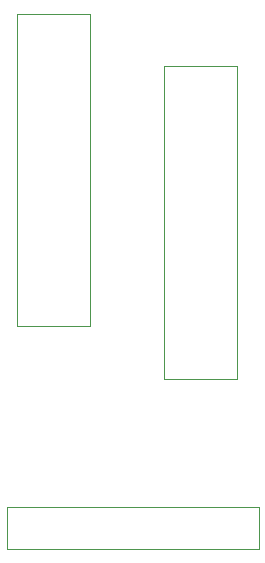
<source format=gbr>
G04 #@! TF.GenerationSoftware,KiCad,Pcbnew,(5.1.2)-1*
G04 #@! TF.CreationDate,2022-05-17T10:22:14-05:00*
G04 #@! TF.ProjectId,jtag_gpio_breakout,6a746167-5f67-4706-996f-5f627265616b,rev?*
G04 #@! TF.SameCoordinates,Original*
G04 #@! TF.FileFunction,Other,User*
%FSLAX46Y46*%
G04 Gerber Fmt 4.6, Leading zero omitted, Abs format (unit mm)*
G04 Created by KiCad (PCBNEW (5.1.2)-1) date 2022-05-17 10:22:14*
%MOMM*%
%LPD*%
G04 APERTURE LIST*
%ADD10C,0.050000*%
G04 APERTURE END LIST*
D10*
X137100000Y-92900000D02*
X137100000Y-119350000D01*
X137100000Y-119350000D02*
X130950000Y-119350000D01*
X130950000Y-119350000D02*
X130950000Y-92900000D01*
X130950000Y-92900000D02*
X137100000Y-92900000D01*
X130070000Y-134650000D02*
X151420000Y-134650000D01*
X151420000Y-134650000D02*
X151420000Y-138250000D01*
X151420000Y-138250000D02*
X130070000Y-138250000D01*
X130070000Y-138250000D02*
X130070000Y-134650000D01*
X149540000Y-123800000D02*
X143390000Y-123800000D01*
X149540000Y-97350000D02*
X149540000Y-123800000D01*
X143390000Y-97350000D02*
X149540000Y-97350000D01*
X143390000Y-123800000D02*
X143390000Y-97350000D01*
M02*

</source>
